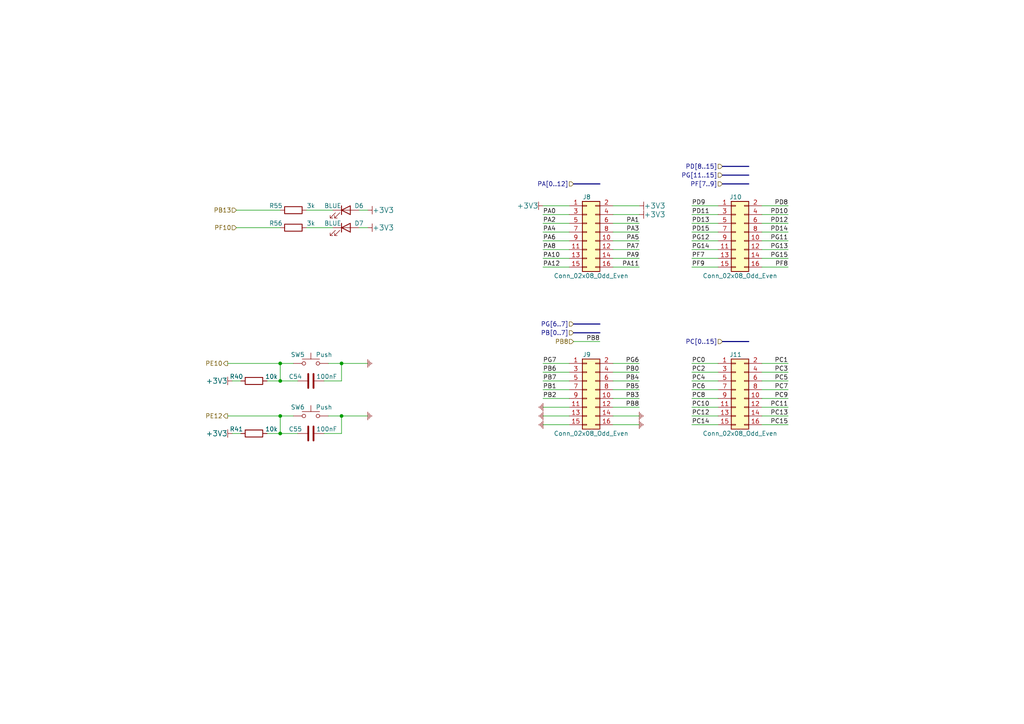
<source format=kicad_sch>
(kicad_sch (version 20230121) (generator eeschema)
  (paper "A4")
  (lib_symbols
    (symbol "0_power:+3V3" (power) (pin_names (offset 1.016))
      (property "Value" "+3V3" (at 0 1.27 0))
      (symbol "+3V3_0_1"
        (polyline (pts (xy -1.143 0) (xy 1.143 0)))
        (polyline (pts (xy 0 0) (xy 0 -1.27)))
      )
      (symbol "+3V3_1_1"
        (pin power_in line (at 0 -1.27 90) (length 0) hide (name "+3V3") (number "1"))
      )
    )
    (symbol "0_power:GND" (power) (pin_names (offset 1.016))
      (symbol "GND_0_1"
        (polyline (pts (xy -1.143 0) (xy 1.143 0)))
        (polyline (pts (xy -0.762 -0.381) (xy 0.762 -0.381)))
        (polyline (pts (xy -0.381 -0.762) (xy 0.381 -0.762)))
        (polyline (pts (xy -0.127 -1.143) (xy 0.127 -1.143)))
      )
      (symbol "GND_1_1"
        (pin power_in line (at 0 0 270) (length 0) hide (name "GND") (number "1"))
      )
    )
    (symbol "0_ungrouped:SW_Push" (pin_numbers hide) (pin_names (offset 1.016) hide)
      (property "Reference" "SW" (at 1.27 2.54 0))
      (property "Value" "SW_Push" (at 0 -1.524 0))
      (symbol "SW_Push_0_1"
        (circle (center -2.032 0) (radius 0.508))
        (polyline (pts (xy 0 1.27) (xy 0 3.048)))
        (polyline (pts (xy 2.54 1.27) (xy -2.54 1.27)))
        (circle (center 2.032 0) (radius 0.508))
        (pin passive line (at -5.08 0 0) (length 2.54) (name "1") (number "1"))
        (pin passive line (at 5.08 0 180) (length 2.54) (name "2") (number "2"))
      )
    )
    (symbol "Connector_Generic:Conn_02x08_Odd_Even" (pin_names (offset 1.016) hide)
      (property "Reference" "J" (at 1.27 10.16 0))
      (property "Value" "Conn_02x08_Odd_Even" (at 1.27 -12.7 0))
      (symbol "Conn_02x08_Odd_Even_1_1"
        (rectangle (start -1.27 -10.033) (end 0 -10.287) (stroke (width 0.1524)))
        (rectangle (start -1.27 -7.493) (end 0 -7.747) (stroke (width 0.1524)))
        (rectangle (start -1.27 -4.953) (end 0 -5.207) (stroke (width 0.1524)))
        (rectangle (start -1.27 -2.413) (end 0 -2.667) (stroke (width 0.1524)))
        (rectangle (start -1.27 0.127) (end 0 -0.127) (stroke (width 0.1524)))
        (rectangle (start -1.27 2.667) (end 0 2.413) (stroke (width 0.1524)))
        (rectangle (start -1.27 5.207) (end 0 4.953) (stroke (width 0.1524)))
        (rectangle (start -1.27 7.747) (end 0 7.493) (stroke (width 0.1524)))
        (rectangle (start -1.27 8.89) (end 3.81 -11.43) (stroke (width 0.254)) (fill (type background)))
        (rectangle (start 3.81 -10.033) (end 2.54 -10.287) (stroke (width 0.1524)))
        (rectangle (start 3.81 -7.493) (end 2.54 -7.747) (stroke (width 0.1524)))
        (rectangle (start 3.81 -4.953) (end 2.54 -5.207) (stroke (width 0.1524)))
        (rectangle (start 3.81 -2.413) (end 2.54 -2.667) (stroke (width 0.1524)))
        (rectangle (start 3.81 0.127) (end 2.54 -0.127) (stroke (width 0.1524)))
        (rectangle (start 3.81 2.667) (end 2.54 2.413) (stroke (width 0.1524)))
        (rectangle (start 3.81 5.207) (end 2.54 4.953) (stroke (width 0.1524)))
        (rectangle (start 3.81 7.747) (end 2.54 7.493) (stroke (width 0.1524)))
        (pin passive line (at -5.08 7.62 0) (length 3.81) (name "Pin_1") (number "1"))
        (pin passive line (at 7.62 -2.54 180) (length 3.81) (name "Pin_10") (number "10"))
        (pin passive line (at -5.08 -5.08 0) (length 3.81) (name "Pin_11") (number "11"))
        (pin passive line (at 7.62 -5.08 180) (length 3.81) (name "Pin_12") (number "12"))
        (pin passive line (at -5.08 -7.62 0) (length 3.81) (name "Pin_13") (number "13"))
        (pin passive line (at 7.62 -7.62 180) (length 3.81) (name "Pin_14") (number "14"))
        (pin passive line (at -5.08 -10.16 0) (length 3.81) (name "Pin_15") (number "15"))
        (pin passive line (at 7.62 -10.16 180) (length 3.81) (name "Pin_16") (number "16"))
        (pin passive line (at 7.62 7.62 180) (length 3.81) (name "Pin_2") (number "2"))
        (pin passive line (at -5.08 5.08 0) (length 3.81) (name "Pin_3") (number "3"))
        (pin passive line (at 7.62 5.08 180) (length 3.81) (name "Pin_4") (number "4"))
        (pin passive line (at -5.08 2.54 0) (length 3.81) (name "Pin_5") (number "5"))
        (pin passive line (at 7.62 2.54 180) (length 3.81) (name "Pin_6") (number "6"))
        (pin passive line (at -5.08 0 0) (length 3.81) (name "Pin_7") (number "7"))
        (pin passive line (at 7.62 0 180) (length 3.81) (name "Pin_8") (number "8"))
        (pin passive line (at -5.08 -2.54 0) (length 3.81) (name "Pin_9") (number "9"))
      )
    )
    (symbol "Device:C" (pin_numbers hide) (pin_names (offset 0.254))
      (property "Reference" "C" (at 0.635 2.54 0))
      (property "Value" "C" (at 0.635 -2.54 0))
      (symbol "C_0_1"
        (polyline (pts (xy -2.032 -0.762) (xy 2.032 -0.762)) (stroke (width 0.508)))
        (polyline (pts (xy -2.032 0.762) (xy 2.032 0.762)) (stroke (width 0.508)))
      )
      (symbol "C_1_1"
        (pin passive line (at 0 3.81 270) (length 2.794) (name "~") (number "1"))
        (pin passive line (at 0 -3.81 90) (length 2.794) (name "~") (number "2"))
      )
    )
    (symbol "Device:LED" (pin_numbers hide) (pin_names (offset 1.016) hide)
      (property "Reference" "D" (at 0 2.54 0))
      (property "Value" "LED" (at 0 -2.54 0))
      (symbol "LED_0_1"
        (polyline (pts (xy -1.27 -1.27) (xy -1.27 1.27)) (stroke (width 0.254)))
        (polyline (pts (xy -1.27 0) (xy 1.27 0)))
        (polyline (pts (xy 1.27 -1.27) (xy 1.27 1.27) (xy -1.27 0) (xy 1.27 -1.27)) (stroke (width 0.254)))
        (polyline (pts (xy -3.048 -0.762) (xy -4.572 -2.286) (xy -3.81 -2.286) (xy -4.572 -2.286) (xy -4.572 -1.524)))
        (polyline (pts (xy -1.778 -0.762) (xy -3.302 -2.286) (xy -2.54 -2.286) (xy -3.302 -2.286) (xy -3.302 -1.524)))
      )
      (symbol "LED_1_1"
        (pin passive line (at -3.81 0 0) (length 2.54) (name "K") (number "1"))
        (pin passive line (at 3.81 0 180) (length 2.54) (name "A") (number "2"))
      )
    )
    (symbol "Device:R" (pin_numbers hide) (pin_names (offset 0))
      (property "Reference" "R" (at 2.032 0 90))
      (property "Value" "R" (at 0 0 90))
      (symbol "R_0_1"
        (rectangle (start -1.016 -2.54) (end 1.016 2.54) (stroke (width 0.254)))
      )
      (symbol "R_1_1"
        (pin passive line (at 0 3.81 270) (length 1.27) (name "~") (number "1"))
        (pin passive line (at 0 -3.81 90) (length 1.27) (name "~") (number "2"))
      )
    )
  )
  (junction (at 81.28 120.65))
  (junction (at 99.06 105.41))
  (junction (at 81.28 110.49))
  (junction (at 81.28 125.73))
  (junction (at 81.28 105.41))
  (junction (at 99.06 120.65))
  (wire (pts (xy 220.98 113.03) (xy 228.6 113.03)))
  (wire (pts (xy 220.98 123.19) (xy 228.6 123.19)))
  (wire (pts (xy 157.48 77.47) (xy 165.1 77.47)))
  (wire (pts (xy 96.52 66.04) (xy 88.9 66.04)))
  (wire (pts (xy 177.8 74.93) (xy 185.42 74.93)))
  (wire (pts (xy 66.04 120.65) (xy 81.28 120.65)))
  (bus (pts (xy 209.55 50.8) (xy 217.17 50.8)))
  (bus (pts (xy 209.55 99.06) (xy 217.17 99.06)))
  (wire (pts (xy 106.68 66.04) (xy 104.14 66.04)))
  (wire (pts (xy 200.66 64.77) (xy 208.28 64.77)))
  (wire (pts (xy 81.28 110.49) (xy 86.36 110.49)))
  (wire (pts (xy 81.28 105.41) (xy 81.28 110.49)))
  (wire (pts (xy 99.06 120.65) (xy 106.68 120.65)))
  (wire (pts (xy 68.58 66.04) (xy 81.28 66.04)))
  (wire (pts (xy 200.66 113.03) (xy 208.28 113.03)))
  (bus (pts (xy 166.37 53.34) (xy 173.99 53.34)))
  (wire (pts (xy 177.8 113.03) (xy 185.42 113.03)))
  (wire (pts (xy 67.31 110.49) (xy 69.85 110.49)))
  (wire (pts (xy 220.98 77.47) (xy 228.6 77.47)))
  (wire (pts (xy 177.8 69.85) (xy 185.42 69.85)))
  (bus (pts (xy 166.37 96.52) (xy 173.99 96.52)))
  (wire (pts (xy 85.09 120.65) (xy 81.28 120.65)))
  (wire (pts (xy 67.31 125.73) (xy 69.85 125.73)))
  (wire (pts (xy 220.98 115.57) (xy 228.6 115.57)))
  (wire (pts (xy 81.28 125.73) (xy 86.36 125.73)))
  (wire (pts (xy 66.04 105.41) (xy 81.28 105.41)))
  (wire (pts (xy 99.06 110.49) (xy 93.98 110.49)))
  (wire (pts (xy 177.8 72.39) (xy 185.42 72.39)))
  (wire (pts (xy 200.66 69.85) (xy 208.28 69.85)))
  (wire (pts (xy 81.28 120.65) (xy 81.28 125.73)))
  (wire (pts (xy 177.8 110.49) (xy 185.42 110.49)))
  (wire (pts (xy 220.98 62.23) (xy 228.6 62.23)))
  (wire (pts (xy 157.48 62.23) (xy 165.1 62.23)))
  (wire (pts (xy 220.98 107.95) (xy 228.6 107.95)))
  (wire (pts (xy 200.66 110.49) (xy 208.28 110.49)))
  (wire (pts (xy 157.48 110.49) (xy 165.1 110.49)))
  (wire (pts (xy 157.48 74.93) (xy 165.1 74.93)))
  (wire (pts (xy 95.25 120.65) (xy 99.06 120.65)))
  (wire (pts (xy 77.47 110.49) (xy 81.28 110.49)))
  (wire (pts (xy 166.37 99.06) (xy 173.99 99.06)))
  (wire (pts (xy 99.06 105.41) (xy 106.68 105.41)))
  (wire (pts (xy 200.66 77.47) (xy 208.28 77.47)))
  (wire (pts (xy 157.48 120.65) (xy 165.1 120.65)))
  (wire (pts (xy 157.48 59.69) (xy 165.1 59.69)))
  (wire (pts (xy 157.48 118.11) (xy 165.1 118.11)))
  (wire (pts (xy 200.66 120.65) (xy 208.28 120.65)))
  (wire (pts (xy 177.8 64.77) (xy 185.42 64.77)))
  (wire (pts (xy 157.48 105.41) (xy 165.1 105.41)))
  (wire (pts (xy 220.98 118.11) (xy 228.6 118.11)))
  (wire (pts (xy 177.8 77.47) (xy 185.42 77.47)))
  (wire (pts (xy 200.66 107.95) (xy 208.28 107.95)))
  (wire (pts (xy 157.48 72.39) (xy 165.1 72.39)))
  (bus (pts (xy 166.37 93.98) (xy 173.99 93.98)))
  (wire (pts (xy 157.48 107.95) (xy 165.1 107.95)))
  (wire (pts (xy 220.98 59.69) (xy 228.6 59.69)))
  (wire (pts (xy 106.68 60.96) (xy 104.14 60.96)))
  (wire (pts (xy 157.48 69.85) (xy 165.1 69.85)))
  (wire (pts (xy 99.06 125.73) (xy 93.98 125.73)))
  (wire (pts (xy 99.06 120.65) (xy 99.06 125.73)))
  (wire (pts (xy 220.98 67.31) (xy 228.6 67.31)))
  (wire (pts (xy 85.09 105.41) (xy 81.28 105.41)))
  (wire (pts (xy 96.52 60.96) (xy 88.9 60.96)))
  (wire (pts (xy 177.8 59.69) (xy 185.42 59.69)))
  (wire (pts (xy 177.8 123.19) (xy 185.42 123.19)))
  (wire (pts (xy 200.66 72.39) (xy 208.28 72.39)))
  (wire (pts (xy 177.8 115.57) (xy 185.42 115.57)))
  (wire (pts (xy 200.66 115.57) (xy 208.28 115.57)))
  (wire (pts (xy 200.66 118.11) (xy 208.28 118.11)))
  (wire (pts (xy 220.98 110.49) (xy 228.6 110.49)))
  (wire (pts (xy 220.98 105.41) (xy 228.6 105.41)))
  (wire (pts (xy 157.48 64.77) (xy 165.1 64.77)))
  (wire (pts (xy 99.06 105.41) (xy 99.06 110.49)))
  (wire (pts (xy 68.58 60.96) (xy 81.28 60.96)))
  (wire (pts (xy 157.48 67.31) (xy 165.1 67.31)))
  (wire (pts (xy 177.8 105.41) (xy 185.42 105.41)))
  (wire (pts (xy 177.8 118.11) (xy 185.42 118.11)))
  (wire (pts (xy 220.98 72.39) (xy 228.6 72.39)))
  (wire (pts (xy 177.8 67.31) (xy 185.42 67.31)))
  (wire (pts (xy 95.25 105.41) (xy 99.06 105.41)))
  (wire (pts (xy 200.66 67.31) (xy 208.28 67.31)))
  (wire (pts (xy 200.66 62.23) (xy 208.28 62.23)))
  (wire (pts (xy 157.48 115.57) (xy 165.1 115.57)))
  (wire (pts (xy 200.66 123.19) (xy 208.28 123.19)))
  (wire (pts (xy 220.98 120.65) (xy 228.6 120.65)))
  (wire (pts (xy 177.8 62.23) (xy 185.42 62.23)))
  (wire (pts (xy 157.48 123.19) (xy 165.1 123.19)))
  (wire (pts (xy 220.98 74.93) (xy 228.6 74.93)))
  (bus (pts (xy 209.55 48.26) (xy 217.17 48.26)))
  (wire (pts (xy 77.47 125.73) (xy 81.28 125.73)))
  (wire (pts (xy 200.66 59.69) (xy 208.28 59.69)))
  (wire (pts (xy 157.48 113.03) (xy 165.1 113.03)))
  (wire (pts (xy 177.8 107.95) (xy 185.42 107.95)))
  (wire (pts (xy 177.8 120.65) (xy 185.42 120.65)))
  (wire (pts (xy 200.66 105.41) (xy 208.28 105.41)))
  (bus (pts (xy 209.55 53.34) (xy 217.17 53.34)))
  (wire (pts (xy 220.98 64.77) (xy 228.6 64.77)))
  (wire (pts (xy 220.98 69.85) (xy 228.6 69.85)))
  (wire (pts (xy 200.66 74.93) (xy 208.28 74.93)))
  (label "PA12" (at 157.48 77.47 0))
  (label "PF8" (at 228.6 77.47 180))
  (label "PC3" (at 228.6 107.95 180))
  (label "PA8" (at 157.48 72.39 0))
  (label "PC7" (at 228.6 113.03 180))
  (label "PG7" (at 157.48 105.41 0))
  (label "PD14" (at 228.6 67.31 180))
  (label "PG11" (at 228.6 69.85 180))
  (label "PD12" (at 228.6 64.77 180))
  (label "PB8" (at 173.99 99.06 180))
  (label "PB6" (at 157.48 107.95 0))
  (label "PD10" (at 228.6 62.23 180))
  (label "PA10" (at 157.48 74.93 0))
  (label "PC8" (at 200.66 115.57 0))
  (label "PB0" (at 185.42 107.95 180))
  (label "PB8" (at 185.42 118.11 180))
  (label "PF7" (at 200.66 74.93 0))
  (label "PG12" (at 200.66 69.85 0))
  (label "PD8" (at 228.6 59.69 180))
  (label "PC6" (at 200.66 113.03 0))
  (label "PB7" (at 157.48 110.49 0))
  (label "PA4" (at 157.48 67.31 0))
  (label "PB1" (at 157.48 113.03 0))
  (label "PA9" (at 185.42 74.93 180))
  (label "PD11" (at 200.66 62.23 0))
  (label "PC11" (at 228.6 118.11 180))
  (label "PD13" (at 200.66 64.77 0))
  (label "PA6" (at 157.48 69.85 0))
  (label "PG14" (at 200.66 72.39 0))
  (label "PC2" (at 200.66 107.95 0))
  (label "PC1" (at 228.6 105.41 180))
  (label "PA2" (at 157.48 64.77 0))
  (label "PF9" (at 200.66 77.47 0))
  (label "PA7" (at 185.42 72.39 180))
  (label "PC9" (at 228.6 115.57 180))
  (label "PC14" (at 200.66 123.19 0))
  (label "PG13" (at 228.6 72.39 180))
  (label "PA11" (at 185.42 77.47 180))
  (label "PA0" (at 157.48 62.23 0))
  (label "PC4" (at 200.66 110.49 0))
  (label "PC10" (at 200.66 118.11 0))
  (label "PD15" (at 200.66 67.31 0))
  (label "PB2" (at 157.48 115.57 0))
  (label "PG15" (at 228.6 74.93 180))
  (label "PC0" (at 200.66 105.41 0))
  (label "PA5" (at 185.42 69.85 180))
  (label "PG6" (at 185.42 105.41 180))
  (label "PB5" (at 185.42 113.03 180))
  (label "PB3" (at 185.42 115.57 180))
  (label "PC5" (at 228.6 110.49 180))
  (label "PA3" (at 185.42 67.31 180))
  (label "PC15" (at 228.6 123.19 180))
  (label "PC13" (at 228.6 120.65 180))
  (label "PA1" (at 185.42 64.77 180))
  (label "PD9" (at 200.66 59.69 0))
  (label "PB4" (at 185.42 110.49 180))
  (label "PC12" (at 200.66 120.65 0))
  (hierarchical_label "PB13" (shape input) (at 68.58 60.96 180))
  (hierarchical_label "PA[0..12]" (shape input) (at 166.37 53.34 180))
  (hierarchical_label "PD[8..15]" (shape input) (at 209.55 48.26 180))
  (hierarchical_label "PE10" (shape output) (at 66.04 105.41 180))
  (hierarchical_label "PF[7..9]" (shape input) (at 209.55 53.34 180))
  (hierarchical_label "PF10" (shape input) (at 68.58 66.04 180))
  (hierarchical_label "PB8" (shape input) (at 166.37 99.06 180))
  (hierarchical_label "PE12" (shape output) (at 66.04 120.65 180))
  (hierarchical_label "PG[6..7]" (shape input) (at 166.37 93.98 180))
  (hierarchical_label "PG[11..15]" (shape input) (at 209.55 50.8 180))
  (hierarchical_label "PB[0..7]" (shape input) (at 166.37 96.52 180))
  (hierarchical_label "PC[0..15]" (shape input) (at 209.55 99.06 180))
  (symbol (lib_id "Device:R") (at 85.09 66.04 90) (unit 1)
    (property "Reference" "R56" (at 80.01 64.77 90))
    (property "Value" "3k" (at 90.17 64.77 90))
    (property "Footprint" "Resistor_SMD:R_0805_2012Metric_Pad1.20x1.40mm_HandSolder" (effects hide))
  )
  (symbol (lib_id "0_power:GND") (at 106.68 120.65 90) (unit 1)
    (property "Reference" "#PWR058" (effects hide))
    (property "Value" "GND" (effects hide))
  )
  (symbol (lib_id "Device:LED") (at 100.33 60.96 0) (unit 1)
    (property "Reference" "D6" (at 104.14 59.69 0))
    (property "Value" "BLUE" (at 96.52 59.69 0))
    (property "Footprint" "LED_SMD:LED_0603_1608Metric" (effects hide))
  )
  (symbol (lib_id "0_power:+3V3") (at 107.95 60.96 270) (unit 1)
    (property "Reference" "#PWR059" (effects hide))
    (property "Value" "+3V3" (at 107.95 60.96 90) (effects (font (size 1.524 1.524)) (justify left)))
  )
  (symbol (lib_id "Connector_Generic:Conn_02x08_Odd_Even") (at 213.36 113.03 0) (unit 1)
    (property "Reference" "J11" (at 213.36 102.87 0))
    (property "Value" "Conn_02x08_Odd_Even" (at 214.63 125.73 0))
    (property "Footprint" "Connector_PinHeader_2.54mm:PinHeader_2x08_P2.54mm_Vertical" (effects hide))
  )
  (symbol (lib_id "Connector_Generic:Conn_02x08_Odd_Even") (at 170.18 113.03 0) (unit 1)
    (property "Reference" "J9" (at 170.18 102.87 0))
    (property "Value" "Conn_02x08_Odd_Even" (at 171.45 125.73 0))
    (property "Footprint" "Connector_PinHeader_2.54mm:PinHeader_2x08_P2.54mm_Vertical" (effects hide))
  )
  (symbol (lib_id "0_power:+3V3") (at 66.04 125.73 90) (mirror x) (unit 1)
    (property "Reference" "#PWR066" (effects hide))
    (property "Value" "+3V3" (at 66.04 125.73 90) (effects (font (size 1.524 1.524)) (justify left)))
  )
  (symbol (lib_id "0_ungrouped:SW_Push") (at 90.17 105.41 0) (mirror y) (unit 1)
    (property "Reference" "SW5" (at 86.36 102.87 0))
    (property "Value" "Push" (at 93.98 102.87 0))
    (property "Footprint" "Button_Switch_SMD:SW_SPST_CK_RS282G05A3" (effects hide))
  )
  (symbol (lib_id "Device:C") (at 90.17 125.73 90) (unit 1)
    (property "Reference" "C55" (at 87.63 124.46 90) (effects (justify left)))
    (property "Value" "100nF" (at 97.79 124.46 90) (effects (justify left)))
    (property "Footprint" "Capacitor_SMD:C_0805_2012Metric_Pad1.18x1.45mm_HandSolder" (effects hide))
  )
  (symbol (lib_id "0_power:+3V3") (at 186.69 62.23 270) (unit 1)
    (property "Reference" "#PWR0126" (effects hide))
    (property "Value" "+3V3" (at 186.69 62.23 90) (effects (font (size 1.524 1.524)) (justify left)))
  )
  (symbol (lib_id "Device:C") (at 90.17 110.49 90) (unit 1)
    (property "Reference" "C54" (at 87.63 109.22 90) (effects (justify left)))
    (property "Value" "100nF" (at 97.79 109.22 90) (effects (justify left)))
    (property "Footprint" "Capacitor_SMD:C_0805_2012Metric_Pad1.18x1.45mm_HandSolder" (effects hide))
  )
  (symbol (lib_id "0_power:+3V3") (at 156.21 59.69 90) (mirror x) (unit 1)
    (property "Reference" "#PWR0119" (effects hide))
    (property "Value" "+3V3" (at 156.21 59.69 90) (effects (font (size 1.524 1.524)) (justify left)))
  )
  (symbol (lib_id "0_power:GND") (at 157.48 123.19 270) (mirror x) (unit 1)
    (property "Reference" "#PWR0141" (effects hide))
    (property "Value" "GND" (effects hide))
  )
  (symbol (lib_id "Connector_Generic:Conn_02x08_Odd_Even") (at 170.18 67.31 0) (unit 1)
    (property "Reference" "J8" (at 170.18 57.15 0))
    (property "Value" "Conn_02x08_Odd_Even" (at 171.45 80.01 0))
    (property "Footprint" "Connector_PinHeader_2.54mm:PinHeader_2x08_P2.54mm_Vertical" (effects hide))
  )
  (symbol (lib_id "0_power:+3V3") (at 107.95 66.04 270) (unit 1)
    (property "Reference" "#PWR060" (effects hide))
    (property "Value" "+3V3" (at 107.95 66.04 90) (effects (font (size 1.524 1.524)) (justify left)))
  )
  (symbol (lib_id "0_power:GND") (at 157.48 120.65 270) (mirror x) (unit 1)
    (property "Reference" "#PWR0140" (effects hide))
    (property "Value" "GND" (effects hide))
  )
  (symbol (lib_id "0_power:+3V3") (at 186.69 59.69 270) (unit 1)
    (property "Reference" "#PWR0120" (effects hide))
    (property "Value" "+3V3" (at 186.69 59.69 90) (effects (font (size 1.524 1.524)) (justify left)))
  )
  (symbol (lib_id "0_power:+3V3") (at 66.04 110.49 90) (mirror x) (unit 1)
    (property "Reference" "#PWR056" (effects hide))
    (property "Value" "+3V3" (at 66.04 110.49 90) (effects (font (size 1.524 1.524)) (justify left)))
  )
  (symbol (lib_id "Device:R") (at 85.09 60.96 90) (unit 1)
    (property "Reference" "R55" (at 80.01 59.69 90))
    (property "Value" "3k" (at 90.17 59.69 90))
    (property "Footprint" "Resistor_SMD:R_0805_2012Metric_Pad1.20x1.40mm_HandSolder" (effects hide))
  )
  (symbol (lib_id "0_ungrouped:SW_Push") (at 90.17 120.65 0) (mirror y) (unit 1)
    (property "Reference" "SW6" (at 86.36 118.11 0))
    (property "Value" "Push" (at 93.98 118.11 0))
    (property "Footprint" "Button_Switch_SMD:SW_SPST_CK_RS282G05A3" (effects hide))
  )
  (symbol (lib_id "0_power:GND") (at 185.42 120.65 90) (unit 1)
    (property "Reference" "#PWR0137" (effects hide))
    (property "Value" "GND" (effects hide))
  )
  (symbol (lib_id "0_power:GND") (at 185.42 123.19 90) (unit 1)
    (property "Reference" "#PWR0138" (effects hide))
    (property "Value" "GND" (effects hide))
  )
  (symbol (lib_id "Connector_Generic:Conn_02x08_Odd_Even") (at 213.36 67.31 0) (unit 1)
    (property "Reference" "J10" (at 213.36 57.15 0))
    (property "Value" "Conn_02x08_Odd_Even" (at 214.63 80.01 0))
    (property "Footprint" "Connector_PinHeader_2.54mm:PinHeader_2x08_P2.54mm_Vertical" (effects hide))
  )
  (symbol (lib_id "0_power:GND") (at 106.68 105.41 90) (unit 1)
    (property "Reference" "#PWR057" (effects hide))
    (property "Value" "GND" (effects hide))
  )
  (symbol (lib_id "0_power:GND") (at 157.48 118.11 270) (mirror x) (unit 1)
    (property "Reference" "#PWR0139" (effects hide))
    (property "Value" "GND" (effects hide))
  )
  (symbol (lib_id "Device:R") (at 73.66 110.49 90) (unit 1)
    (property "Reference" "R40" (at 68.58 109.22 90))
    (property "Value" "10k" (at 78.74 109.22 90))
    (property "Footprint" "Resistor_SMD:R_0805_2012Metric_Pad1.20x1.40mm_HandSolder" (effects hide))
  )
  (symbol (lib_id "Device:LED") (at 100.33 66.04 0) (unit 1)
    (property "Reference" "D7" (at 104.14 64.77 0))
    (property "Value" "BLUE" (at 96.52 64.77 0))
    (property "Footprint" "LED_SMD:LED_0603_1608Metric" (effects hide))
  )
  (symbol (lib_id "Device:R") (at 73.66 125.73 90) (unit 1)
    (property "Reference" "R41" (at 68.58 124.46 90))
    (property "Value" "10k" (at 78.74 124.46 90))
    (property "Footprint" "Resistor_SMD:R_0805_2012Metric_Pad1.20x1.40mm_HandSolder" (effects hide))
  )
)
</source>
